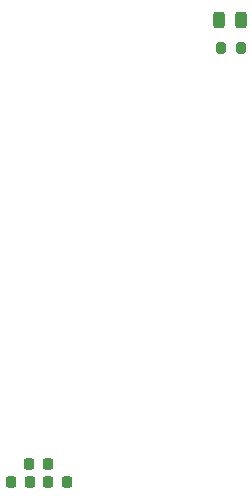
<source format=gbr>
%TF.GenerationSoftware,KiCad,Pcbnew,7.0.6*%
%TF.CreationDate,2023-07-25T14:06:58+01:00*%
%TF.ProjectId,benboard,62656e62-6f61-4726-942e-6b696361645f,rev?*%
%TF.SameCoordinates,Original*%
%TF.FileFunction,Paste,Top*%
%TF.FilePolarity,Positive*%
%FSLAX46Y46*%
G04 Gerber Fmt 4.6, Leading zero omitted, Abs format (unit mm)*
G04 Created by KiCad (PCBNEW 7.0.6) date 2023-07-25 14:06:58*
%MOMM*%
%LPD*%
G01*
G04 APERTURE LIST*
G04 Aperture macros list*
%AMRoundRect*
0 Rectangle with rounded corners*
0 $1 Rounding radius*
0 $2 $3 $4 $5 $6 $7 $8 $9 X,Y pos of 4 corners*
0 Add a 4 corners polygon primitive as box body*
4,1,4,$2,$3,$4,$5,$6,$7,$8,$9,$2,$3,0*
0 Add four circle primitives for the rounded corners*
1,1,$1+$1,$2,$3*
1,1,$1+$1,$4,$5*
1,1,$1+$1,$6,$7*
1,1,$1+$1,$8,$9*
0 Add four rect primitives between the rounded corners*
20,1,$1+$1,$2,$3,$4,$5,0*
20,1,$1+$1,$4,$5,$6,$7,0*
20,1,$1+$1,$6,$7,$8,$9,0*
20,1,$1+$1,$8,$9,$2,$3,0*%
G04 Aperture macros list end*
%ADD10RoundRect,0.225000X0.225000X0.250000X-0.225000X0.250000X-0.225000X-0.250000X0.225000X-0.250000X0*%
%ADD11RoundRect,0.225000X-0.225000X-0.250000X0.225000X-0.250000X0.225000X0.250000X-0.225000X0.250000X0*%
%ADD12RoundRect,0.243750X-0.243750X-0.456250X0.243750X-0.456250X0.243750X0.456250X-0.243750X0.456250X0*%
%ADD13RoundRect,0.218750X0.218750X0.256250X-0.218750X0.256250X-0.218750X-0.256250X0.218750X-0.256250X0*%
%ADD14RoundRect,0.200000X0.200000X0.275000X-0.200000X0.275000X-0.200000X-0.275000X0.200000X-0.275000X0*%
G04 APERTURE END LIST*
D10*
%TO.C,C21*%
X148250674Y-83339570D03*
X146700674Y-83339570D03*
%TD*%
D11*
%TO.C,C14*%
X149825000Y-83336216D03*
X151375000Y-83336216D03*
%TD*%
D12*
%TO.C,RED1*%
X164262500Y-44209486D03*
X166137500Y-44209486D03*
%TD*%
D13*
%TO.C,L4*%
X149787500Y-81800000D03*
X148212500Y-81800000D03*
%TD*%
D14*
%TO.C,R3*%
X166127883Y-46591412D03*
X164477883Y-46591412D03*
%TD*%
M02*

</source>
